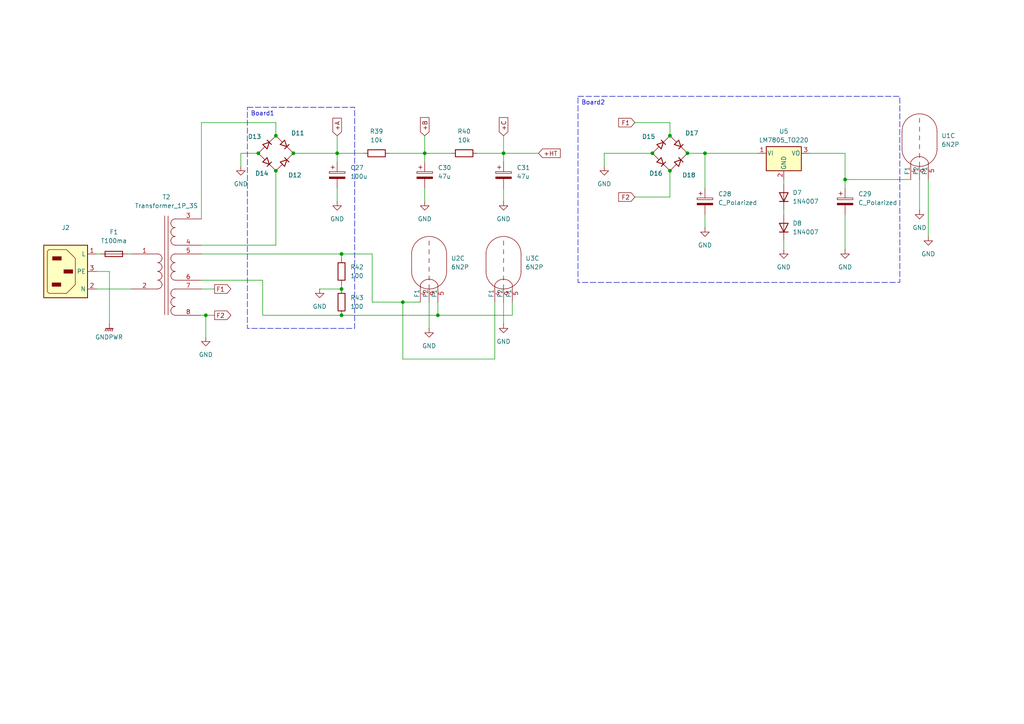
<source format=kicad_sch>
(kicad_sch (version 20250114) (generator "eeschema") (generator_version "9.0")
  (paper "A4")
  (lib_symbols
    (symbol "Connector:IEC_60320_C14_Receptacle"
      (property "Reference" "J" (at -5.842 8.636 0))
      (property "Value" "IEC_60320_C14_Receptacle" (at 0 -9.144 0))
      (symbol "IEC_60320_C14_Receptacle_1_1"
        (rectangle (start -6.35 7.62) (end 6.35 -7.62) (stroke (width 0.254)) (fill (type background)))
        (polyline (pts (xy -4.826 -6.35) (xy -5.334 -5.842) (xy -5.334 5.842) (xy -4.826 6.35) (xy 0.254 6.35) (xy 2.794 3.81) (xy 2.794 -3.81) (xy 0.254 -6.35) (xy -4.826 -6.35)) (fill (type background)))
        (rectangle (start -3.937 -3.302) (end -1.397 -4.318) (fill (type outline)))
        (rectangle (start -3.81 4.318) (end -1.27 3.302) (fill (type outline)))
        (rectangle (start -0.508 0.508) (end 2.032 -0.508) (fill (type outline)))
        (pin power_in line (at 8.89 5.08 180) (length 2.54) (name "L") (number "1"))
        (pin bidirectional line (at 8.89 0 180) (length 2.54) (name "PE") (number "3"))
        (pin power_in line (at 8.89 -5.08 180) (length 2.54) (name "N") (number "2"))
      )
    )
    (symbol "Device:C_Polarized" (pin_numbers (hide yes)) (pin_names (offset 0.254))
      (property "Reference" "C" (at 0.635 2.54 0))
      (property "Value" "C_Polarized" (at 0.635 -2.54 0))
      (symbol "C_Polarized_0_1"
        (rectangle (start -2.286 0.508) (end 2.286 1.016))
        (polyline (pts (xy -1.778 2.286) (xy -0.762 2.286)))
        (polyline (pts (xy -1.27 2.794) (xy -1.27 1.778)))
        (rectangle (start 2.286 -0.508) (end -2.286 -1.016) (fill (type outline)))
      )
      (symbol "C_Polarized_1_1"
        (pin passive line (at 0 3.81 270) (length 2.794) (name "~") (number "1"))
        (pin passive line (at 0 -3.81 90) (length 2.794) (name "~") (number "2"))
      )
    )
    (symbol "Device:D_45deg" (pin_numbers (hide yes)) (pin_names (offset 0) (hide yes))
      (property "Reference" "D" (at 1.27 2.54 0))
      (property "Value" "D_45deg" (at 1.27 0 0))
      (symbol "D_45deg_0_1"
        (polyline (pts (xy -1.27 0) (xy 0 1.27) (xy 0.635 -0.635) (xy -1.27 0)) (stroke (width 0.254)))
        (polyline (pts (xy -0.635 0.635) (xy -2.54 2.54)))
        (polyline (pts (xy 0 -1.27) (xy 1.27 0)) (stroke (width 0.254)))
        (polyline (pts (xy 2.54 -2.54) (xy 0.635 -0.635)))
      )
      (symbol "D_45deg_1_1"
        (pin passive line (at -2.54 2.54 0) (length 0) (name "A") (number "2"))
        (pin passive line (at 2.54 -2.54 180) (length 0) (name "K") (number "1"))
      )
    )
    (symbol "Device:Fuse" (pin_numbers (hide yes)) (pin_names (offset 0))
      (property "Reference" "F" (at 2.032 0 90))
      (property "Value" "Fuse" (at -1.905 0 90))
      (symbol "Fuse_0_1"
        (rectangle (start -0.762 -2.54) (end 0.762 2.54) (stroke (width 0.254)))
        (polyline (pts (xy 0 2.54) (xy 0 -2.54)))
      )
      (symbol "Fuse_1_1"
        (pin passive line (at 0 3.81 270) (length 1.27) (name "~") (number "1"))
        (pin passive line (at 0 -3.81 90) (length 1.27) (name "~") (number "2"))
      )
    )
    (symbol "Device:R" (pin_numbers (hide yes)) (pin_names (offset 0))
      (property "Reference" "R" (at 2.032 0 90))
      (property "Value" "R" (at 0 0 90))
      (symbol "R_0_1"
        (rectangle (start -1.016 -2.54) (end 1.016 2.54) (stroke (width 0.254)))
      )
      (symbol "R_1_1"
        (pin passive line (at 0 3.81 270) (length 1.27) (name "~") (number "1"))
        (pin passive line (at 0 -3.81 90) (length 1.27) (name "~") (number "2"))
      )
    )
    (symbol "Diode:1N4007" (pin_numbers (hide yes)) (pin_names (hide yes))
      (property "Reference" "D" (at 0 2.54 0))
      (property "Value" "1N4007" (at 0 -2.54 0))
      (symbol "1N4007_0_1"
        (polyline (pts (xy -1.27 1.27) (xy -1.27 -1.27)) (stroke (width 0.254)))
        (polyline (pts (xy 1.27 1.27) (xy 1.27 -1.27) (xy -1.27 0) (xy 1.27 1.27)) (stroke (width 0.254)))
        (polyline (pts (xy 1.27 0) (xy -1.27 0)))
      )
      (symbol "1N4007_1_1"
        (pin passive line (at -3.81 0 0) (length 2.54) (name "K") (number "1"))
        (pin passive line (at 3.81 0 180) (length 2.54) (name "A") (number "2"))
      )
    )
    (symbol "Regulator_Linear:LM7805_TO220" (pin_names (offset 0.254))
      (property "Reference" "U" (at -3.81 3.175 0))
      (property "Value" "LM7805_TO220" (at 0 3.175 0))
      (symbol "LM7805_TO220_0_1"
        (rectangle (start -5.08 1.905) (end 5.08 -5.08) (stroke (width 0.254)) (fill (type background)))
      )
      (symbol "LM7805_TO220_1_1"
        (pin power_in line (at -7.62 0 0) (length 2.54) (name "VI") (number "1"))
        (pin power_in line (at 0 -7.62 90) (length 2.54) (name "GND") (number "2"))
        (pin power_out line (at 7.62 0 180) (length 2.54) (name "VO") (number "3"))
      )
    )
    (symbol "Valve:6N2P" (pin_names (offset 0))
      (property "Reference" "U3" (at 6.35 1.2701 0))
      (property "Value" "ECC83" (at 6.35 -1.2699 0))
      (symbol "6N2P_0_1"
        (polyline (pts (xy -5.08 2.54) (xy -5.08 -2.54) (xy -5.08 -2.54)))
        (arc (start -5.08 2.54) (mid 0 7.5979) (end 5.08 2.54))
        (arc (start 5.08 -2.54) (mid 0 -7.5979) (end -5.08 -2.54))
        (polyline (pts (xy 5.08 2.54) (xy 5.08 -2.54)))
      )
      (symbol "6N2P_1_0"
        (polyline (pts (xy -2.54 -5.08) (xy -2.54 -7.62)))
        (polyline (pts (xy 0 5.08) (xy 0 7.62)))
      )
      (symbol "6N2P_1_1"
        (polyline (pts (xy -5.08 0) (xy -3.175 0)))
        (polyline (pts (xy -2.54 5.08) (xy 2.794 5.08) (xy 2.794 5.08)) (stroke (width 0.254)))
        (polyline (pts (xy -1.905 0) (xy -3.175 0)) (stroke (width 0.1524)))
        (polyline (pts (xy -0.635 0) (xy 0.635 0)) (stroke (width 0.1524)))
        (arc (start -2.54 -5.08) (mid 0 -3.0968) (end 2.54 -5.08) (stroke (width 0.254)))
        (polyline (pts (xy 1.905 0) (xy 3.175 0)) (stroke (width 0.1524)))
        (pin input line (at -7.62 0 0) (length 2.54) (name "G") (number "7"))
        (pin bidirectional line (at -2.54 -10.16 90) (length 2.54) (name "K") (number "8"))
        (pin output line (at 0 10.16 270) (length 2.54) (name "A") (number "6"))
      )
      (symbol "6N2P_2_0"
        (polyline (pts (xy -2.54 -5.08) (xy -2.54 -7.62)))
        (polyline (pts (xy 0 5.08) (xy 0 7.62)))
      )
      (symbol "6N2P_2_1"
        (polyline (pts (xy -5.08 0) (xy -3.175 0)))
        (polyline (pts (xy -2.54 5.08) (xy 2.794 5.08) (xy 2.794 5.08)) (stroke (width 0.254)))
        (polyline (pts (xy -1.905 0) (xy -3.175 0)) (stroke (width 0.1524)))
        (polyline (pts (xy -0.635 0) (xy 0.635 0)) (stroke (width 0.1524)))
        (arc (start -2.54 -5.08) (mid 0 -3.0968) (end 2.54 -5.08) (stroke (width 0.254)))
        (polyline (pts (xy 1.905 0) (xy 3.175 0)) (stroke (width 0.1524)))
        (pin input line (at -7.62 0 0) (length 2.54) (name "G") (number "2"))
        (pin bidirectional line (at -2.54 -10.16 90) (length 2.54) (name "K") (number "3"))
        (pin output line (at 0 10.16 270) (length 2.54) (name "A") (number "1"))
      )
      (symbol "6N2P_3_1"
        (polyline (pts (xy 0 5.08) (xy 0 6.35)))
        (polyline (pts (xy 0 2.54) (xy 0 3.81)))
        (polyline (pts (xy 0 0) (xy 0 1.27)))
        (polyline (pts (xy 0 -2.54) (xy 0 -1.27)))
        (polyline (pts (xy 0 -5.08) (xy 0 -3.81)))
        (arc (start -2.54 -6.35) (mid 0 -4.7823) (end 2.54 -6.35))
        (pin power_in line (at -2.54 -11.43 90) (length 5.08) (name "F1") (number "4"))
        (pin power_in line (at 0 -11.43 90) (length 5.08) (name "F2") (number "9"))
        (pin power_in line (at 2.54 -11.43 90) (length 5.08) (name "F1") (number "5"))
      )
    )
    (symbol "power:GND" (power) (pin_numbers (hide yes)) (pin_names (offset 0) (hide yes))
      (property "Value" "GND" (at 0 -3.81 0))
      (symbol "GND_0_1"
        (polyline (pts (xy 0 0) (xy 0 -1.27) (xy 1.27 -1.27) (xy 0 -2.54) (xy -1.27 -1.27) (xy 0 -1.27)))
      )
      (symbol "GND_1_1"
        (pin power_in line (at 0 0 270) (length 0) (name "~") (number "1"))
      )
    )
    (symbol "power:GNDPWR" (power) (pin_numbers (hide yes)) (pin_names (offset 0) (hide yes))
      (property "Value" "GNDPWR" (at 0 -3.302 0))
      (symbol "GNDPWR_0_1"
        (polyline (pts (xy -1.016 -1.27) (xy -1.27 -2.032) (xy -1.27 -2.032)) (stroke (width 0.2032)))
        (polyline (pts (xy -0.508 -1.27) (xy -0.762 -2.032) (xy -0.762 -2.032)) (stroke (width 0.2032)))
        (polyline (pts (xy 0 -1.27) (xy 0 0)))
        (polyline (pts (xy 0 -1.27) (xy -0.254 -2.032) (xy -0.254 -2.032)) (stroke (width 0.2032)))
        (polyline (pts (xy 0.508 -1.27) (xy 0.254 -2.032) (xy 0.254 -2.032)) (stroke (width 0.2032)))
        (polyline (pts (xy 1.016 -1.27) (xy -1.016 -1.27) (xy -1.016 -1.27)) (stroke (width 0.2032)))
        (polyline (pts (xy 1.016 -1.27) (xy 0.762 -2.032) (xy 0.762 -2.032) (xy 0.762 -2.032)) (stroke (width 0.2032)))
      )
      (symbol "GNDPWR_1_1"
        (pin power_in line (at 0 0 270) (length 0) (name "~") (number "1"))
      )
    )
    (symbol "xfr:Transformer_1P_3S" (pin_names (offset 1.016) (hide yes))
      (property "Reference" "T" (at 0 17.018 0))
      (property "Value" "Transformer_1P_3S" (at -0.508 -15.24 0))
      (symbol "Transformer_1P_3S_0_1"
        (arc (start -1.27 3.81) (mid -1.656 2.9336) (end -2.54 2.5654))
        (arc (start -1.27 1.27) (mid -1.656 0.3936) (end -2.54 0.0254))
        (arc (start -1.27 -1.27) (mid -1.656 -2.1464) (end -2.54 -2.5146))
        (arc (start -1.27 -3.81) (mid -1.656 -4.6864) (end -2.54 -5.0546))
        (arc (start -2.54 5.08) (mid -1.642 4.708) (end -1.27 3.81))
        (arc (start -2.54 2.54) (mid -1.642 2.168) (end -1.27 1.27))
        (arc (start -2.54 0) (mid -1.642 -0.372) (end -1.27 -1.27))
        (arc (start -2.54 -2.54) (mid -1.642 -2.912) (end -1.27 -3.81))
        (polyline (pts (xy -0.4978 -12.5639) (xy -0.4978 16.1441)))
        (polyline (pts (xy 0.4938 16.0919) (xy 0.4938 -12.6161)))
        (arc (start 1.2954 13.97) (mid 1.6457 14.8717) (end 2.54 15.24))
        (arc (start 1.2954 11.43) (mid 1.6457 12.3317) (end 2.54 12.7))
        (arc (start 1.2954 8.89) (mid 1.6457 9.7917) (end 2.54 10.16))
        (arc (start 1.2954 3.81) (mid 1.6457 4.7117) (end 2.54 5.08))
        (arc (start 1.2954 1.27) (mid 1.6457 2.1717) (end 2.54 2.54))
        (arc (start 1.2954 -1.27) (mid 1.6457 -0.3683) (end 2.54 0))
        (arc (start 1.2954 -6.35) (mid 1.6457 -5.4483) (end 2.54 -5.08))
        (arc (start 1.2954 -8.89) (mid 1.6457 -7.9883) (end 2.54 -7.62))
        (arc (start 1.2954 -11.43) (mid 1.6457 -10.5283) (end 2.54 -10.16))
        (arc (start 2.54 12.7254) (mid 1.6599 13.0899) (end 1.2954 13.97))
        (arc (start 2.54 10.1854) (mid 1.6599 10.5499) (end 1.2954 11.43))
        (arc (start 2.54 7.6454) (mid 1.6599 8.0099) (end 1.2954 8.89))
        (arc (start 2.54 2.5654) (mid 1.6599 2.9299) (end 1.2954 3.81))
        (arc (start 2.54 0.0254) (mid 1.6599 0.3899) (end 1.2954 1.27))
        (arc (start 2.54 -2.5146) (mid 1.6599 -2.1501) (end 1.2954 -1.27))
        (arc (start 2.54 -7.5946) (mid 1.6599 -7.2301) (end 1.2954 -6.35))
        (arc (start 2.54 -10.1346) (mid 1.6599 -9.7701) (end 1.2954 -8.89))
        (arc (start 2.54 -12.6746) (mid 1.6599 -12.3101) (end 1.2954 -11.43))
      )
      (symbol "Transformer_1P_3S_1_1"
        (pin passive line (at -10.16 5.08 0) (length 7.62) (name "AA") (number "1"))
        (pin passive line (at -10.16 -5.08 0) (length 7.62) (name "AB") (number "2"))
        (pin passive line (at 10.16 15.24 180) (length 7.62) (name "SA") (number "3"))
        (pin passive line (at 10.16 7.62 180) (length 7.62) (name "SB") (number "4"))
        (pin passive line (at 10.16 5.08 180) (length 7.62) (name "SC") (number "5"))
        (pin passive line (at 10.16 -2.54 180) (length 7.62) (name "SD") (number "6"))
        (pin passive line (at 10.16 -5.08 180) (length 7.62) (name "SC") (number "7"))
        (pin passive line (at 10.16 -12.7 180) (length 7.62) (name "SD") (number "8"))
      )
    )
  )
  (text_box "Board2" (at 167.64 27.94 0) (size 93.345 53.975) (margins 0.9525 0.9525 0.9525 0.9525) (stroke (width 0) (type dash)) (effects (font (size 1.27 1.27)) (justify left top)))
  (text_box "Board1" (at 71.755 31.115 0) (size 31.115 64.135) (margins 0.9525 0.9525 0.9525 0.9525) (stroke (width 0) (type dash)) (effects (font (size 1.27 1.27)) (justify left top)))
  (junction (at 123.19 44.45))
  (junction (at 116.84 87.63))
  (junction (at 99.06 83.82))
  (junction (at 245.11 52.07))
  (junction (at 80.01 39.37))
  (junction (at 85.09 44.45))
  (junction (at 74.93 44.45))
  (junction (at 99.06 91.44))
  (junction (at 127 91.44))
  (junction (at 204.47 44.45))
  (junction (at 97.79 44.45))
  (junction (at 189.23 44.45))
  (junction (at 80.01 49.53))
  (junction (at 194.31 49.53))
  (junction (at 99.06 73.66))
  (junction (at 199.39 44.45))
  (junction (at 194.31 39.37))
  (junction (at 146.05 44.45))
  (junction (at 59.69 91.44))
  (wire (pts (xy 97.79 44.45) (xy 97.79 46.99)))
  (wire (pts (xy 59.69 91.44) (xy 62.23 91.44)))
  (wire (pts (xy 184.15 35.56) (xy 194.31 35.56)))
  (wire (pts (xy 59.69 91.44) (xy 59.69 97.79)))
  (wire (pts (xy 127 87.63) (xy 127 91.44)))
  (wire (pts (xy 123.19 54.61) (xy 123.19 58.42)))
  (wire (pts (xy 80.01 49.53) (xy 80.01 71.12)))
  (wire (pts (xy 245.11 52.07) (xy 245.11 44.45)))
  (wire (pts (xy 36.83 73.66) (xy 38.1 73.66)))
  (wire (pts (xy 76.2 91.44) (xy 76.2 81.28)))
  (wire (pts (xy 58.42 35.56) (xy 80.01 35.56)))
  (wire (pts (xy 107.95 87.63) (xy 107.95 73.66)))
  (wire (pts (xy 58.42 63.5) (xy 58.42 35.56)))
  (wire (pts (xy 97.79 44.45) (xy 105.41 44.45)))
  (wire (pts (xy 194.31 35.56) (xy 194.31 39.37)))
  (wire (pts (xy 204.47 44.45) (xy 219.71 44.45)))
  (wire (pts (xy 97.79 54.61) (xy 97.79 58.42)))
  (wire (pts (xy 27.94 73.66) (xy 29.21 73.66)))
  (wire (pts (xy 127 91.44) (xy 99.06 91.44)))
  (wire (pts (xy 146.05 39.37) (xy 146.05 44.45)))
  (wire (pts (xy 146.05 44.45) (xy 146.05 46.99)))
  (wire (pts (xy 175.26 44.45) (xy 189.23 44.45)))
  (wire (pts (xy 204.47 54.61) (xy 204.47 44.45)))
  (wire (pts (xy 99.06 82.55) (xy 99.06 83.82)))
  (wire (pts (xy 99.06 91.44) (xy 76.2 91.44)))
  (wire (pts (xy 58.42 73.66) (xy 99.06 73.66)))
  (wire (pts (xy 130.81 44.45) (xy 123.19 44.45)))
  (wire (pts (xy 116.84 104.14) (xy 116.84 87.63)))
  (wire (pts (xy 204.47 44.45) (xy 199.39 44.45)))
  (wire (pts (xy 143.51 87.63) (xy 143.51 104.14)))
  (wire (pts (xy 76.2 81.28) (xy 58.42 81.28)))
  (wire (pts (xy 97.79 39.37) (xy 97.79 44.45)))
  (wire (pts (xy 143.51 104.14) (xy 116.84 104.14)))
  (wire (pts (xy 266.7 52.07) (xy 266.7 60.96)))
  (wire (pts (xy 269.24 52.07) (xy 269.24 68.58)))
  (wire (pts (xy 113.03 44.45) (xy 123.19 44.45)))
  (wire (pts (xy 27.94 83.82) (xy 38.1 83.82)))
  (wire (pts (xy 85.09 44.45) (xy 97.79 44.45)))
  (wire (pts (xy 245.11 54.61) (xy 245.11 52.07)))
  (wire (pts (xy 148.59 91.44) (xy 127 91.44)))
  (wire (pts (xy 92.71 83.82) (xy 99.06 83.82)))
  (wire (pts (xy 123.19 39.37) (xy 123.19 44.45)))
  (wire (pts (xy 27.94 78.74) (xy 31.75 78.74)))
  (wire (pts (xy 121.92 87.63) (xy 116.84 87.63)))
  (wire (pts (xy 31.75 78.74) (xy 31.75 93.98)))
  (wire (pts (xy 146.05 44.45) (xy 156.21 44.45)))
  (wire (pts (xy 69.85 44.45) (xy 69.85 48.26)))
  (wire (pts (xy 148.59 87.63) (xy 148.59 91.44)))
  (wire (pts (xy 194.31 57.15) (xy 194.31 49.53)))
  (wire (pts (xy 146.05 87.63) (xy 146.05 93.98)))
  (wire (pts (xy 227.33 60.96) (xy 227.33 62.23)))
  (wire (pts (xy 138.43 44.45) (xy 146.05 44.45)))
  (wire (pts (xy 227.33 69.85) (xy 227.33 72.39)))
  (wire (pts (xy 80.01 71.12) (xy 58.42 71.12)))
  (wire (pts (xy 245.11 62.23) (xy 245.11 72.39)))
  (wire (pts (xy 204.47 62.23) (xy 204.47 66.04)))
  (wire (pts (xy 184.15 57.15) (xy 194.31 57.15)))
  (wire (pts (xy 80.01 35.56) (xy 80.01 39.37)))
  (wire (pts (xy 245.11 52.07) (xy 264.16 52.07)))
  (wire (pts (xy 107.95 73.66) (xy 99.06 73.66)))
  (wire (pts (xy 146.05 54.61) (xy 146.05 58.42)))
  (wire (pts (xy 58.42 83.82) (xy 62.23 83.82)))
  (wire (pts (xy 116.84 87.63) (xy 107.95 87.63)))
  (wire (pts (xy 175.26 48.26) (xy 175.26 44.45)))
  (wire (pts (xy 234.95 44.45) (xy 245.11 44.45)))
  (wire (pts (xy 124.46 87.63) (xy 124.46 95.25)))
  (wire (pts (xy 58.42 91.44) (xy 59.69 91.44)))
  (wire (pts (xy 227.33 52.07) (xy 227.33 53.34)))
  (wire (pts (xy 123.19 44.45) (xy 123.19 46.99)))
  (wire (pts (xy 99.06 73.66) (xy 99.06 74.93)))
  (wire (pts (xy 74.93 44.45) (xy 69.85 44.45)))
  (global_label "+HT" (shape input) (at 156.21 44.45 0) (property "Intersheetrefs" "${INTERSHEET_REFS}" (effects (hide yes))))
  (global_label "F1" (shape input) (at 184.15 35.56 180) (property "Intersheetrefs" "${INTERSHEET_REFS}" (effects (hide yes))))
  (global_label "+A" (shape input) (at 97.79 39.37 90) (property "Intersheetrefs" "${INTERSHEET_REFS}" (effects (hide yes))))
  (global_label "F1" (shape output) (at 62.23 83.82 0) (property "Intersheetrefs" "${INTERSHEET_REFS}" (effects (hide yes))))
  (global_label "+B" (shape input) (at 123.19 39.37 90) (property "Intersheetrefs" "${INTERSHEET_REFS}" (effects (hide yes))))
  (global_label "F2" (shape input) (at 184.15 57.15 180) (property "Intersheetrefs" "${INTERSHEET_REFS}" (effects (hide yes))))
  (global_label "F2" (shape output) (at 62.23 91.44 0) (property "Intersheetrefs" "${INTERSHEET_REFS}" (effects (hide yes))))
  (global_label "+C" (shape input) (at 146.05 39.37 90) (property "Intersheetrefs" "${INTERSHEET_REFS}" (effects (hide yes))))
  (symbol (lib_id "Valve:6N2P") (at 124.46 76.2 0) (unit 3)
    (property "Reference" "U2" (at 130.81 74.9299 0) (effects (justify left)))
    (property "Value" "6N2P" (at 130.81 77.4699 0) (effects (justify left)))
    (property "Footprint" "Valve:Valve_6N2P" (effects (hide yes)))
    (property "Datasheet" "http://www.r-type.org/pdfs/6n2p.pdf" (effects (hide yes)))
  )
  (symbol (lib_id "Diode:1N4007") (at 227.33 66.04 90) (unit 1)
    (property "Reference" "D8" (at 229.87 64.7699 90) (effects (justify right)))
    (property "Value" "1N4007" (at 229.87 67.3099 90) (effects (justify right)))
    (property "Footprint" "Diode_THT:D_DO-41_SOD81_P10.16mm_Horizontal" (effects (hide yes)))
    (property "Datasheet" "http://www.vishay.com/docs/88503/1n4001.pdf" (effects (hide yes)))
    (property "Description" "1000V 1A General Purpose Rectifier Diode, DO-41" (effects (hide yes)))
    (property "Sim.Device" "D" (effects (hide yes)))
    (property "Sim.Pins" "1=K 2=A" (effects (hide yes)))
  )
  (symbol (lib_id "power:GND") (at 266.7 60.96 0) (unit 1)
    (property "Reference" "#PWR043" (effects (hide yes)))
    (property "Value" "GND" (at 266.7 66.04 0))
    (property "Description" "Power symbol creates a global label with name \"GND\" , ground" (effects (hide yes)))
  )
  (symbol (lib_id "Device:D_45deg") (at 196.85 41.91 0) (unit 1)
    (property "Reference" "D17" (at 200.66 38.608 0))
    (property "Value" "D_45deg" (effects (hide yes)))
    (property "Description" "Diode, rotated by 45°" (effects (hide yes)))
    (property "Sim.Device" "D" (effects (hide yes)))
    (property "Sim.Pins" "1=K 2=A" (effects (hide yes)))
  )
  (symbol (lib_id "Device:D_45deg") (at 82.55 46.99 90) (unit 1)
    (property "Reference" "D12" (at 83.566 50.8 90) (effects (justify right)))
    (property "Value" "D_45deg" (effects (hide yes)))
    (property "Description" "Diode, rotated by 45°" (effects (hide yes)))
    (property "Sim.Device" "D" (effects (hide yes)))
    (property "Sim.Pins" "1=K 2=A" (effects (hide yes)))
  )
  (symbol (lib_id "Device:R") (at 99.06 87.63 180) (unit 1)
    (property "Reference" "R43" (at 101.6 86.3599 0) (effects (justify right)))
    (property "Value" "100" (at 101.6 88.8999 0) (effects (justify right)))
    (property "Description" "Resistor" (effects (hide yes)))
  )
  (symbol (lib_id "Device:D_45deg") (at 191.77 46.99 0) (unit 1)
    (property "Reference" "D16" (at 190.246 50.292 0))
    (property "Value" "D_45deg" (effects (hide yes)))
    (property "Description" "Diode, rotated by 45°" (effects (hide yes)))
    (property "Sim.Device" "D" (effects (hide yes)))
    (property "Sim.Pins" "1=K 2=A" (effects (hide yes)))
  )
  (symbol (lib_id "Valve:6N2P") (at 266.7 40.64 0) (unit 3)
    (property "Reference" "U1" (at 273.05 39.3699 0) (effects (justify left)))
    (property "Value" "6N2P" (at 273.05 41.9099 0) (effects (justify left)))
    (property "Footprint" "Valve:Valve_6N2P" (effects (hide yes)))
    (property "Datasheet" "http://www.r-type.org/pdfs/6n2p.pdf" (effects (hide yes)))
  )
  (symbol (lib_id "power:GND") (at 146.05 93.98 0) (unit 1)
    (property "Reference" "#PWR045" (effects (hide yes)))
    (property "Value" "GND" (at 146.05 99.06 0))
    (property "Description" "Power symbol creates a global label with name \"GND\" , ground" (effects (hide yes)))
  )
  (symbol (lib_id "power:GNDPWR") (at 31.75 93.98 0) (unit 1)
    (property "Reference" "#PWR039" (effects (hide yes)))
    (property "Value" "GNDPWR" (at 31.623 97.79 0))
    (property "Description" "Power symbol creates a global label with name \"GNDPWR\" , global ground" (effects (hide yes)))
  )
  (symbol (lib_id "Device:D_45deg") (at 191.77 41.91 90) (unit 1)
    (property "Reference" "D15" (at 186.182 39.624 90) (effects (justify right)))
    (property "Value" "D_45deg" (effects (hide yes)))
    (property "Description" "Diode, rotated by 45°" (effects (hide yes)))
    (property "Sim.Device" "D" (effects (hide yes)))
    (property "Sim.Pins" "1=K 2=A" (effects (hide yes)))
  )
  (symbol (lib_id "Device:C_Polarized") (at 97.79 50.8 0) (unit 1)
    (property "Reference" "C27" (at 101.6 48.6409 0) (effects (justify left)))
    (property "Value" "100u" (at 101.6 51.1809 0) (effects (justify left)))
    (property "Description" "Polarized capacitor" (effects (hide yes)))
  )
  (symbol (lib_id "Device:D_45deg") (at 196.85 46.99 90) (unit 1)
    (property "Reference" "D18" (at 197.866 50.8 90) (effects (justify right)))
    (property "Value" "D_45deg" (effects (hide yes)))
    (property "Description" "Diode, rotated by 45°" (effects (hide yes)))
    (property "Sim.Device" "D" (effects (hide yes)))
    (property "Sim.Pins" "1=K 2=A" (effects (hide yes)))
  )
  (symbol (lib_id "power:GND") (at 245.11 72.39 0) (unit 1)
    (property "Reference" "#PWR049" (effects (hide yes)))
    (property "Value" "GND" (at 245.11 77.47 0))
    (property "Description" "Power symbol creates a global label with name \"GND\" , ground" (effects (hide yes)))
  )
  (symbol (lib_id "power:GND") (at 97.79 58.42 0) (unit 1)
    (property "Reference" "#PWR035" (effects (hide yes)))
    (property "Value" "GND" (at 97.79 63.5 0))
    (property "Description" "Power symbol creates a global label with name \"GND\" , ground" (effects (hide yes)))
  )
  (symbol (lib_id "power:GND") (at 204.47 66.04 0) (unit 1)
    (property "Reference" "#PWR041" (effects (hide yes)))
    (property "Value" "GND" (at 204.47 71.12 0))
    (property "Description" "Power symbol creates a global label with name \"GND\" , ground" (effects (hide yes)))
  )
  (symbol (lib_id "power:GND") (at 124.46 95.25 0) (unit 1)
    (property "Reference" "#PWR044" (effects (hide yes)))
    (property "Value" "GND" (at 124.46 100.33 0))
    (property "Description" "Power symbol creates a global label with name \"GND\" , ground" (effects (hide yes)))
  )
  (symbol (lib_id "power:GND") (at 146.05 58.42 0) (unit 1)
    (property "Reference" "#PWR037" (effects (hide yes)))
    (property "Value" "GND" (at 146.05 63.5 0))
    (property "Description" "Power symbol creates a global label with name \"GND\" , ground" (effects (hide yes)))
  )
  (symbol (lib_id "Device:Fuse") (at 33.02 73.66 90) (unit 1)
    (property "Reference" "F1" (at 33.02 67.31 90))
    (property "Value" "T100ma" (at 33.02 69.85 90))
    (property "Description" "Fuse" (effects (hide yes)))
  )
  (symbol (lib_id "Device:R") (at 99.06 78.74 180) (unit 1)
    (property "Reference" "R42" (at 101.6 77.4699 0) (effects (justify right)))
    (property "Value" "100" (at 101.6 80.0099 0) (effects (justify right)))
    (property "Description" "Resistor" (effects (hide yes)))
  )
  (symbol (lib_id "Device:D_45deg") (at 82.55 41.91 0) (unit 1)
    (property "Reference" "D11" (at 86.36 38.608 0))
    (property "Value" "D_45deg" (effects (hide yes)))
    (property "Description" "Diode, rotated by 45°" (effects (hide yes)))
    (property "Sim.Device" "D" (effects (hide yes)))
    (property "Sim.Pins" "1=K 2=A" (effects (hide yes)))
  )
  (symbol (lib_id "power:GND") (at 269.24 68.58 0) (unit 1)
    (property "Reference" "#PWR050" (effects (hide yes)))
    (property "Value" "GND" (at 269.24 73.66 0))
    (property "Description" "Power symbol creates a global label with name \"GND\" , ground" (effects (hide yes)))
  )
  (symbol (lib_id "power:GND") (at 92.71 83.82 0) (unit 1)
    (property "Reference" "#PWR042" (effects (hide yes)))
    (property "Value" "GND" (at 92.71 88.9 0))
    (property "Description" "Power symbol creates a global label with name \"GND\" , ground" (effects (hide yes)))
  )
  (symbol (lib_id "power:GND") (at 227.33 72.39 0) (unit 1)
    (property "Reference" "#PWR048" (effects (hide yes)))
    (property "Value" "GND" (at 227.33 77.47 0))
    (property "Description" "Power symbol creates a global label with name \"GND\" , ground" (effects (hide yes)))
  )
  (symbol (lib_id "Device:D_45deg") (at 77.47 41.91 90) (unit 1)
    (property "Reference" "D13" (at 71.882 39.624 90) (effects (justify right)))
    (property "Value" "D_45deg" (effects (hide yes)))
    (property "Description" "Diode, rotated by 45°" (effects (hide yes)))
    (property "Sim.Device" "D" (effects (hide yes)))
    (property "Sim.Pins" "1=K 2=A" (effects (hide yes)))
  )
  (symbol (lib_id "Valve:6N2P") (at 146.05 76.2 0) (unit 3)
    (property "Reference" "U3" (at 152.4 74.9299 0) (effects (justify left)))
    (property "Value" "6N2P" (at 152.4 77.4699 0) (effects (justify left)))
    (property "Footprint" "Valve:Valve_6N2P" (effects (hide yes)))
    (property "Datasheet" "http://www.r-type.org/pdfs/6n2p.pdf" (effects (hide yes)))
  )
  (symbol (lib_id "power:GND") (at 69.85 48.26 0) (unit 1)
    (property "Reference" "#PWR038" (effects (hide yes)))
    (property "Value" "GND" (at 69.85 53.34 0))
    (property "Description" "Power symbol creates a global label with name \"GND\" , ground" (effects (hide yes)))
  )
  (symbol (lib_id "Device:C_Polarized") (at 245.11 58.42 0) (unit 1)
    (property "Reference" "C29" (at 248.92 56.2609 0) (effects (justify left)))
    (property "Value" "C_Polarized" (at 248.92 58.8009 0) (effects (justify left)))
    (property "Description" "Polarized capacitor" (effects (hide yes)))
  )
  (symbol (lib_id "Device:R") (at 134.62 44.45 90) (unit 1)
    (property "Reference" "R40" (at 134.62 38.1 90))
    (property "Value" "10k" (at 134.62 40.64 90))
    (property "Description" "Resistor" (effects (hide yes)))
  )
  (symbol (lib_id "Connector:IEC_60320_C14_Receptacle") (at 19.05 78.74 0) (unit 1)
    (property "Reference" "J2" (at 19.05 66.04 0))
    (property "Value" "IEC_60320_C14_Receptacle" (effects (hide yes)))
    (property "Description" "C14 Plug, 10A max" (effects (hide yes)))
  )
  (symbol (lib_id "power:GND") (at 59.69 97.79 0) (unit 1)
    (property "Reference" "#PWR046" (effects (hide yes)))
    (property "Value" "GND" (at 59.69 102.87 0))
    (property "Description" "Power symbol creates a global label with name \"GND\" , ground" (effects (hide yes)))
  )
  (symbol (lib_id "Diode:1N4007") (at 227.33 57.15 90) (unit 1)
    (property "Reference" "D7" (at 229.87 55.8799 90) (effects (justify right)))
    (property "Value" "1N4007" (at 229.87 58.4199 90) (effects (justify right)))
    (property "Footprint" "Diode_THT:D_DO-41_SOD81_P10.16mm_Horizontal" (effects (hide yes)))
    (property "Datasheet" "http://www.vishay.com/docs/88503/1n4001.pdf" (effects (hide yes)))
    (property "Description" "1000V 1A General Purpose Rectifier Diode, DO-41" (effects (hide yes)))
    (property "Sim.Device" "D" (effects (hide yes)))
    (property "Sim.Pins" "1=K 2=A" (effects (hide yes)))
  )
  (symbol (lib_id "Device:D_45deg") (at 77.47 46.99 0) (unit 1)
    (property "Reference" "D14" (at 75.946 50.292 0))
    (property "Value" "D_45deg" (effects (hide yes)))
    (property "Description" "Diode, rotated by 45°" (effects (hide yes)))
    (property "Sim.Device" "D" (effects (hide yes)))
    (property "Sim.Pins" "1=K 2=A" (effects (hide yes)))
  )
  (symbol (lib_id "Device:R") (at 109.22 44.45 90) (unit 1)
    (property "Reference" "R39" (at 109.22 38.1 90))
    (property "Value" "10k" (at 109.22 40.64 90))
    (property "Description" "Resistor" (effects (hide yes)))
  )
  (symbol (lib_id "power:GND") (at 123.19 58.42 0) (unit 1)
    (property "Reference" "#PWR036" (effects (hide yes)))
    (property "Value" "GND" (at 123.19 63.5 0))
    (property "Description" "Power symbol creates a global label with name \"GND\" , ground" (effects (hide yes)))
  )
  (symbol (lib_id "Device:C_Polarized") (at 146.05 50.8 0) (unit 1)
    (property "Reference" "C31" (at 149.86 48.6409 0) (effects (justify left)))
    (property "Value" "47u" (at 149.86 51.1809 0) (effects (justify left)))
    (property "Description" "Polarized capacitor" (effects (hide yes)))
  )
  (symbol (lib_id "power:GND") (at 175.26 48.26 0) (unit 1)
    (property "Reference" "#PWR047" (effects (hide yes)))
    (property "Value" "GND" (at 175.26 53.34 0))
    (property "Description" "Power symbol creates a global label with name \"GND\" , ground" (effects (hide yes)))
  )
  (symbol (lib_id "Device:C_Polarized") (at 123.19 50.8 0) (unit 1)
    (property "Reference" "C30" (at 127 48.6409 0) (effects (justify left)))
    (property "Value" "47u" (at 127 51.1809 0) (effects (justify left)))
    (property "Description" "Polarized capacitor" (effects (hide yes)))
  )
  (symbol (lib_id "xfr:Transformer_1P_3S") (at 48.26 78.74 0) (unit 1)
    (property "Reference" "T2" (at 48.26 57.15 0))
    (property "Value" "Transformer_1P_3S" (at 48.26 59.69 0))
    (property "Description" "Transformer, single primary, triple secondary" (effects (hide yes)))
  )
  (symbol (lib_id "Regulator_Linear:LM7805_TO220") (at 227.33 44.45 0) (unit 1)
    (property "Reference" "U5" (at 227.33 38.1 0))
    (property "Value" "LM7805_TO220" (at 227.33 40.64 0))
    (property "Footprint" "Package_TO_SOT_THT:TO-220-3_Vertical" (effects (hide yes)))
    (property "Datasheet" "https://www.onsemi.cn/PowerSolutions/document/MC7800-D.PDF" (effects (hide yes)))
    (property "Description" "Positive 1A 35V Linear Regulator, Fixed Output 5V, TO-220" (effects (hide yes)))
  )
  (symbol (lib_id "Device:C_Polarized") (at 204.47 58.42 0) (unit 1)
    (property "Reference" "C28" (at 208.28 56.2609 0) (effects (justify left)))
    (property "Value" "C_Polarized" (at 208.28 58.8009 0) (effects (justify left)))
    (property "Description" "Polarized capacitor" (effects (hide yes)))
  )
)
</source>
